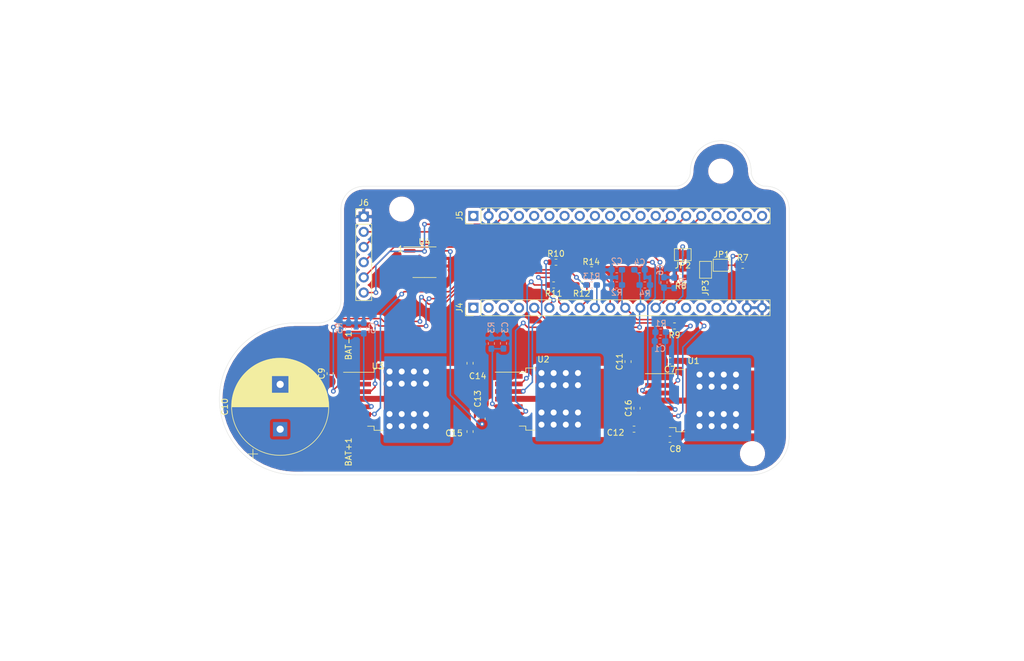
<source format=kicad_pcb>
(kicad_pcb (version 20171130) (host pcbnew 5.1.6-c6e7f7d~87~ubuntu20.04.1)
  (layers (0 F.Cu signal) (31 B.Cu signal) (34 B.Paste user) (35 F.Paste user) (36 B.SilkS user) (37 F.SilkS user) (38 B.Mask user) (39 F.Mask user) (44 Edge.Cuts user))
  (net 0 "")
  (net 1 GND)
  (net 2 +3V3)
  (net 3 "Net-(J4-Pad17)")
  (net 4 "Net-(J4-Pad16)")
  (net 5 "Net-(J4-Pad15)")
  (net 6 "Net-(J4-Pad14)")
  (net 7 "Net-(J4-Pad10)")
  (net 8 "Net-(J4-Pad9)")
  (net 9 "Net-(J4-Pad8)")
  (net 10 "Net-(J4-Pad7)")
  (net 11 "Net-(J4-Pad6)")
  (net 12 "Net-(J4-Pad5)")
  (net 13 "Net-(J4-Pad4)")
  (net 14 "Net-(J4-Pad3)")
  (net 15 "Net-(J4-Pad2)")
  (net 16 "Net-(J4-Pad1)")
  (net 17 VCC)
  (net 18 "Net-(J5-Pad4)")
  (net 19 "Net-(J5-Pad5)")
  (net 20 "Net-(J5-Pad6)")
  (net 21 "Net-(J5-Pad7)")
  (net 22 "Net-(J5-Pad8)")
  (net 23 "Net-(J5-Pad9)")
  (net 24 "Net-(J5-Pad10)")
  (net 25 "Net-(J5-Pad11)")
  (net 26 "Net-(J5-Pad12)")
  (net 27 "Net-(J5-Pad13)")
  (net 28 "Net-(J5-Pad14)")
  (net 29 "Net-(J5-Pad15)")
  (net 30 "Net-(J5-Pad16)")
  (net 31 "Net-(J5-Pad17)")
  (net 32 "Net-(J5-Pad18)")
  (net 33 "Net-(J5-Pad19)")
  (net 34 "Net-(J5-Pad20)")
  (net 35 "Net-(J6-Pad5)")
  (net 36 "Net-(JP1-Pad2)")
  (net 37 "Net-(JP3-Pad2)")
  (net 38 +BATT)
  (net 39 "Net-(U4-Pad4)")
  (net 40 "Net-(U4-Pad5)")
  (net 41 "Net-(C2-Pad1)")
  (net 42 "Net-(C4-Pad1)")
  (net 43 "Net-(C6-Pad1)")
  (net 44 "Net-(R9-Pad2)")
  (net 45 "Net-(R10-Pad2)")
  (net 46 "Net-(R11-Pad2)")
  (net 47 "Net-(R12-Pad2)")
  (net 48 "Net-(R13-Pad2)")
  (net 49 "Net-(R14-Pad2)")
  (net 50 "Net-(C7-Pad1)")
  (net 51 "Net-(C11-Pad1)")
  (net 52 "Net-(C14-Pad1)")
  (net 53 /sr1)
  (net 54 /sr2)
  (net 55 /sr3)
  (net 56 "Net-(J5-Pad1)")
  (module Capacitor_SMD:C_0603_1608Metric_Pad1.05x0.95mm_HandSolder (layer B.Cu) (at 166.878 91.045 90)
    (fp_text reference C3 (at 2.653 0.254 90) (layer B.SilkS) (effects (justify mirror)))
    (fp_text value 100n)
    (pad 2 smd roundrect (at 0.875 0 90) (size 1.05 0.95) (layers B.Cu B.Paste B.Mask) (net 1 GND))
    (pad 1 smd roundrect (at -0.875 0 90) (size 1.05 0.95) (layers B.Cu B.Paste B.Mask) (net 54 /sr2))
  )
  (module Resistor_SMD:R_0603_1608Metric_Pad1.05x0.95mm_HandSolder (layer B.Cu) (at 164.846 91.073 90)
    (fp_text reference R3 (at 2.681 0 90) (layer B.SilkS) (effects (justify mirror)))
    (fp_text value 0.51K)
    (pad 2 smd roundrect (at 0.875 0 90) (size 1.05 0.95) (layers B.Cu B.Paste B.Mask) (net 1 GND))
    (pad 1 smd roundrect (at -0.875 0 90) (size 1.05 0.95) (layers B.Cu B.Paste B.Mask) (net 54 /sr2))
  )
  (module Package_TO_SOT_SMD:TO-263-7_TabPin8 (layer F.Cu) (at 148.2 100.4)
    (fp_text reference U3 (at -2.33796 -5.531) (layer F.SilkS))
    (fp_text value IFX007TAUMA1)
    (pad 8 smd rect (at 3.375 0) (size 9.4 10.8) (layers F.Cu F.Mask) (net 52 "Net-(C14-Pad1)"))
    (pad 7 smd rect (at -5.775 3.81) (size 4.6 0.8) (layers F.Cu F.Paste F.Mask) (net 38 +BATT))
    (pad 6 smd rect (at -5.775 2.54) (size 4.6 0.8) (layers F.Cu F.Paste F.Mask) (net 43 "Net-(C6-Pad1)"))
    (pad 5 smd rect (at -5.775 1.27) (size 4.6 0.8) (layers F.Cu F.Paste F.Mask) (net 55 /sr3))
    (pad 4 smd rect (at -5.775 0) (size 4.6 0.8) (layers F.Cu F.Paste F.Mask) (net 52 "Net-(C14-Pad1)"))
    (pad 3 smd rect (at -5.775 -1.27) (size 4.6 0.8) (layers F.Cu F.Paste F.Mask) (net 49 "Net-(R14-Pad2)"))
    (pad 2 smd rect (at -5.775 -2.54) (size 4.6 0.8) (layers F.Cu F.Paste F.Mask) (net 48 "Net-(R13-Pad2)"))
    (pad 1 smd rect (at -5.775 -3.81) (size 4.6 0.8) (layers F.Cu F.Paste F.Mask) (net 1 GND))
  )
  (module Package_TO_SOT_SMD:TO-263-7_TabPin8 (layer F.Cu) (at 173.55 100.375)
    (fp_text reference U2 (at 0 -6.65) (layer F.SilkS))
    (fp_text value IFX007TAUMA1)
    (pad 8 smd rect (at 3.375 0) (size 9.4 10.8) (layers F.Cu F.Mask) (net 51 "Net-(C11-Pad1)"))
    (pad 7 smd rect (at -5.775 3.81) (size 4.6 0.8) (layers F.Cu F.Paste F.Mask) (net 38 +BATT))
    (pad 6 smd rect (at -5.775 2.54) (size 4.6 0.8) (layers F.Cu F.Paste F.Mask) (net 42 "Net-(C4-Pad1)"))
    (pad 5 smd rect (at -5.775 1.27) (size 4.6 0.8) (layers F.Cu F.Paste F.Mask) (net 54 /sr2))
    (pad 4 smd rect (at -5.775 0) (size 4.6 0.8) (layers F.Cu F.Paste F.Mask) (net 51 "Net-(C11-Pad1)"))
    (pad 3 smd rect (at -5.775 -1.27) (size 4.6 0.8) (layers F.Cu F.Paste F.Mask) (net 47 "Net-(R12-Pad2)"))
    (pad 2 smd rect (at -5.775 -2.54) (size 4.6 0.8) (layers F.Cu F.Paste F.Mask) (net 46 "Net-(R11-Pad2)"))
    (pad 1 smd rect (at -5.775 -3.81) (size 4.6 0.8) (layers F.Cu F.Paste F.Mask) (net 1 GND))
  )
  (module Package_TO_SOT_SMD:TO-263-7_TabPin8 (layer F.Cu) (at 198.65 100.625)
    (fp_text reference U1 (at 0 -6.65) (layer F.SilkS))
    (fp_text value IFX007TAUMA1)
    (pad 8 smd rect (at 3.375 0) (size 9.4 10.8) (layers F.Cu F.Mask) (net 50 "Net-(C7-Pad1)"))
    (pad 7 smd rect (at -5.775 3.81) (size 4.6 0.8) (layers F.Cu F.Paste F.Mask) (net 38 +BATT))
    (pad 6 smd rect (at -5.775 2.54) (size 4.6 0.8) (layers F.Cu F.Paste F.Mask) (net 41 "Net-(C2-Pad1)"))
    (pad 5 smd rect (at -5.775 1.27) (size 4.6 0.8) (layers F.Cu F.Paste F.Mask) (net 53 /sr1))
    (pad 4 smd rect (at -5.775 0) (size 4.6 0.8) (layers F.Cu F.Paste F.Mask) (net 50 "Net-(C7-Pad1)"))
    (pad 3 smd rect (at -5.775 -1.27) (size 4.6 0.8) (layers F.Cu F.Paste F.Mask) (net 45 "Net-(R10-Pad2)"))
    (pad 2 smd rect (at -5.775 -2.54) (size 4.6 0.8) (layers F.Cu F.Paste F.Mask) (net 44 "Net-(R9-Pad2)"))
    (pad 1 smd rect (at -5.775 -3.81) (size 4.6 0.8) (layers F.Cu F.Paste F.Mask) (net 1 GND))
  )
  (module MountingHole:MountingHole_3.2mm_M3 (layer F.Cu) (at 203.2 62.23)
    (fp_text reference REF** hide)
    (fp_text value MountingHole_3.2mm_M3)
    (pad 1 np_thru_hole circle (at 0 0) (size 3.2 3.2) (drill 3.2) (layers *.Cu *.Mask))
  )
  (module MountingHole:MountingHole_3.2mm_M3 (layer F.Cu) (at 149.86 68.58)
    (fp_text reference REF** hide)
    (fp_text value MountingHole_3.2mm_M3)
    (pad 1 np_thru_hole circle (at 0 0) (size 3.2 3.2) (drill 3.2) (layers *.Cu *.Mask))
  )
  (module MountingHole:MountingHole_3.2mm_M3 (layer F.Cu) (at 208.5 109.5)
    (fp_text reference REF** hide)
    (fp_text value MountingHole_3.2mm_M3)
    (pad 1 np_thru_hole circle (at 0 0) (size 3.2 3.2) (drill 3.2) (layers *.Cu *.Mask))
  )
  (module Resistor_SMD:R_0603_1608Metric_Pad1.05x0.95mm_HandSolder (layer F.Cu) (at 181.61 78.74 180)
    (fp_text reference R14 (at 0.06604 1.34112) (layer F.SilkS))
    (fp_text value 10K)
    (pad 2 smd roundrect (at 0.875 0 180) (size 1.05 0.95) (layers F.Cu F.Paste F.Mask) (net 49 "Net-(R14-Pad2)"))
    (pad 1 smd roundrect (at -0.875 0 180) (size 1.05 0.95) (layers F.Cu F.Paste F.Mask) (net 7 "Net-(J4-Pad10)"))
  )
  (module Resistor_SMD:R_0603_1608Metric_Pad1.05x0.95mm_HandSolder (layer B.Cu) (at 181.61 81.28 180)
    (fp_text reference R13 (at 0 1.43) (layer B.SilkS) (effects (justify mirror)))
    (fp_text value 10K)
    (pad 2 smd roundrect (at 0.875 0 180) (size 1.05 0.95) (layers B.Cu B.Paste B.Mask) (net 48 "Net-(R13-Pad2)"))
    (pad 1 smd roundrect (at -0.875 0 180) (size 1.05 0.95) (layers B.Cu B.Paste B.Mask) (net 8 "Net-(J4-Pad9)"))
  )
  (module Resistor_SMD:R_0603_1608Metric_Pad1.05x0.95mm_HandSolder (layer F.Cu) (at 179.945 81.28 180)
    (fp_text reference R12 (at 0 -1.43) (layer F.SilkS))
    (fp_text value 10K)
    (pad 2 smd roundrect (at 0.875 0 180) (size 1.05 0.95) (layers F.Cu F.Paste F.Mask) (net 47 "Net-(R12-Pad2)"))
    (pad 1 smd roundrect (at -0.875 0 180) (size 1.05 0.95) (layers F.Cu F.Paste F.Mask) (net 9 "Net-(J4-Pad8)"))
  )
  (module Resistor_SMD:R_0603_1608Metric_Pad1.05x0.95mm_HandSolder (layer F.Cu) (at 175.26 81.28 180)
    (fp_text reference R11 (at 0 -1.43) (layer F.SilkS))
    (fp_text value 10K)
    (pad 2 smd roundrect (at 0.875 0 180) (size 1.05 0.95) (layers F.Cu F.Paste F.Mask) (net 46 "Net-(R11-Pad2)"))
    (pad 1 smd roundrect (at -0.875 0 180) (size 1.05 0.95) (layers F.Cu F.Paste F.Mask) (net 10 "Net-(J4-Pad7)"))
  )
  (module Resistor_SMD:R_0603_1608Metric_Pad1.05x0.95mm_HandSolder (layer F.Cu) (at 175.655 77.47)
    (fp_text reference R10 (at 0 -1.43) (layer F.SilkS))
    (fp_text value 10K)
    (pad 2 smd roundrect (at 0.875 0) (size 1.05 0.95) (layers F.Cu F.Paste F.Mask) (net 45 "Net-(R10-Pad2)"))
    (pad 1 smd roundrect (at -0.875 0) (size 1.05 0.95) (layers F.Cu F.Paste F.Mask) (net 11 "Net-(J4-Pad6)"))
  )
  (module Resistor_SMD:R_0603_1608Metric_Pad1.05x0.95mm_HandSolder (layer F.Cu) (at 195.467 88.138)
    (fp_text reference R9 (at 0 1.524 180) (layer F.SilkS))
    (fp_text value 10K)
    (pad 2 smd roundrect (at 0.875 0) (size 1.05 0.95) (layers F.Cu F.Paste F.Mask) (net 44 "Net-(R9-Pad2)"))
    (pad 1 smd roundrect (at -0.875 0) (size 1.05 0.95) (layers F.Cu F.Paste F.Mask) (net 12 "Net-(J4-Pad5)"))
  )
  (module Resistor_SMD:R_0603_1608Metric_Pad1.05x0.95mm_HandSolder (layer F.Cu) (at 196.5175 80.01 180)
    (fp_text reference R8 (at 0 -1.43) (layer F.SilkS))
    (fp_text value R)
    (pad 2 smd roundrect (at 0.875 0 180) (size 1.05 0.95) (layers F.Cu F.Paste F.Mask) (net 1 GND))
    (pad 1 smd roundrect (at -0.875 0 180) (size 1.05 0.95) (layers F.Cu F.Paste F.Mask) (net 37 "Net-(JP3-Pad2)"))
  )
  (module Resistor_SMD:R_0603_1608Metric_Pad1.05x0.95mm_HandSolder (layer F.Cu) (at 206.869 77.978 180)
    (fp_text reference R7 (at 0 1.27) (layer F.SilkS))
    (fp_text value R)
    (pad 2 smd roundrect (at 0.875 0 180) (size 1.05 0.95) (layers F.Cu F.Paste F.Mask) (net 36 "Net-(JP1-Pad2)"))
    (pad 1 smd roundrect (at -0.875 0 180) (size 1.05 0.95) (layers F.Cu F.Paste F.Mask) (net 2 +3V3))
  )
  (module Resistor_SMD:R_0603_1608Metric_Pad1.05x0.95mm_HandSolder (layer B.Cu) (at 195.41 80.9175 90)
    (fp_text reference R6 (at 0 1.43 90) (layer B.SilkS) (effects (justify mirror)))
    (fp_text value 1K)
    (pad 2 smd roundrect (at 0.875 0 90) (size 1.05 0.95) (layers B.Cu B.Paste B.Mask) (net 1 GND))
    (pad 1 smd roundrect (at -0.875 0 90) (size 1.05 0.95) (layers B.Cu B.Paste B.Mask) (net 43 "Net-(C6-Pad1)"))
  )
  (module Resistor_SMD:R_0603_1608Metric_Pad1.05x0.95mm_HandSolder (layer B.Cu) (at 140.97 88.505 90)
    (fp_text reference R5 (at 0 -1.56 90) (layer B.SilkS) (effects (justify mirror)))
    (fp_text value 0.51K)
    (pad 2 smd roundrect (at 0.875 0 90) (size 1.05 0.95) (layers B.Cu B.Paste B.Mask) (net 1 GND))
    (pad 1 smd roundrect (at -0.875 0 90) (size 1.05 0.95) (layers B.Cu B.Paste B.Mask) (net 55 /sr3))
  )
  (module Resistor_SMD:R_0603_1608Metric_Pad1.05x0.95mm_HandSolder (layer B.Cu) (at 190.5 81.28)
    (fp_text reference R4 (at 0 1.43) (layer B.SilkS) (effects (justify mirror)))
    (fp_text value 1K)
    (pad 2 smd roundrect (at 0.875 0) (size 1.05 0.95) (layers B.Cu B.Paste B.Mask) (net 1 GND))
    (pad 1 smd roundrect (at -0.875 0) (size 1.05 0.95) (layers B.Cu B.Paste B.Mask) (net 42 "Net-(C4-Pad1)"))
  )
  (module Resistor_SMD:R_0603_1608Metric_Pad1.05x0.95mm_HandSolder (layer B.Cu) (at 185.815 81.28 180)
    (fp_text reference R2 (at 0 -1.27) (layer B.SilkS) (effects (justify mirror)))
    (fp_text value 1K)
    (pad 2 smd roundrect (at 0.875 0 180) (size 1.05 0.95) (layers B.Cu B.Paste B.Mask) (net 1 GND))
    (pad 1 smd roundrect (at -0.875 0 180) (size 1.05 0.95) (layers B.Cu B.Paste B.Mask) (net 41 "Net-(C2-Pad1)"))
  )
  (module Resistor_SMD:R_0603_1608Metric_Pad1.05x0.95mm_HandSolder (layer B.Cu) (at 193.153 89.154 180)
    (fp_text reference R1 (at 0 1.43) (layer B.SilkS) (effects (justify mirror)))
    (fp_text value 0.51K)
    (pad 2 smd roundrect (at 0.875 0 180) (size 1.05 0.95) (layers B.Cu B.Paste B.Mask) (net 1 GND))
    (pad 1 smd roundrect (at -0.875 0 180) (size 1.05 0.95) (layers B.Cu B.Paste B.Mask) (net 53 /sr1))
  )
  (module Capacitor_SMD:C_0603_1608Metric_Pad1.05x0.95mm_HandSolder (layer B.Cu) (at 193.71 80.855 90)
    (fp_text reference C6 (at 2.115 -0.67 90) (layer B.SilkS) (effects (justify mirror)))
    (fp_text value 1n)
    (pad 2 smd roundrect (at 0.875 0 90) (size 1.05 0.95) (layers B.Cu B.Paste B.Mask) (net 1 GND))
    (pad 1 smd roundrect (at -0.875 0 90) (size 1.05 0.95) (layers B.Cu B.Paste B.Mask) (net 43 "Net-(C6-Pad1)"))
  )
  (module Capacitor_SMD:C_0603_1608Metric_Pad1.05x0.95mm_HandSolder (layer B.Cu) (at 143.51 88.505 90)
    (fp_text reference C5 (at 0 1.43 90) (layer B.SilkS) (effects (justify mirror)))
    (fp_text value 100n)
    (pad 2 smd roundrect (at 0.875 0 90) (size 1.05 0.95) (layers B.Cu B.Paste B.Mask) (net 1 GND))
    (pad 1 smd roundrect (at -0.875 0 90) (size 1.05 0.95) (layers B.Cu B.Paste B.Mask) (net 55 /sr3))
  )
  (module Capacitor_SMD:C_0603_1608Metric_Pad1.05x0.95mm_HandSolder (layer B.Cu) (at 189.625 78.74)
    (fp_text reference C4 (at 0 -1.27) (layer B.SilkS) (effects (justify mirror)))
    (fp_text value 1n)
    (pad 2 smd roundrect (at 0.875 0) (size 1.05 0.95) (layers B.Cu B.Paste B.Mask) (net 1 GND))
    (pad 1 smd roundrect (at -0.875 0) (size 1.05 0.95) (layers B.Cu B.Paste B.Mask) (net 42 "Net-(C4-Pad1)"))
  )
  (module Capacitor_SMD:C_0603_1608Metric_Pad1.05x0.95mm_HandSolder (layer B.Cu) (at 185.815 78.74 180)
    (fp_text reference C2 (at 0 1.43) (layer B.SilkS) (effects (justify mirror)))
    (fp_text value 1n)
    (pad 2 smd roundrect (at 0.875 0 180) (size 1.05 0.95) (layers B.Cu B.Paste B.Mask) (net 1 GND))
    (pad 1 smd roundrect (at -0.875 0 180) (size 1.05 0.95) (layers B.Cu B.Paste B.Mask) (net 41 "Net-(C2-Pad1)"))
  )
  (module Capacitor_SMD:C_0603_1608Metric_Pad1.05x0.95mm_HandSolder (layer B.Cu) (at 193.04 90.678 180)
    (fp_text reference C1 (at 0 -1.27) (layer B.SilkS) (effects (justify mirror)))
    (fp_text value 100n)
    (pad 2 smd roundrect (at 0.875 0 180) (size 1.05 0.95) (layers B.Cu B.Paste B.Mask) (net 1 GND))
    (pad 1 smd roundrect (at -0.875 0 180) (size 1.05 0.95) (layers B.Cu B.Paste B.Mask) (net 53 /sr1))
  )
  (module Capacitor_SMD:C_0603_1608Metric_Pad1.05x0.95mm_HandSolder (layer F.Cu) (at 189.2 101.9 90)
    (fp_text reference C16 (at 0 -1.43 270) (layer F.SilkS))
    (fp_text value 100n)
    (pad 2 smd roundrect (at 0.875 0 90) (size 1.05 0.95) (layers F.Cu F.Paste F.Mask) (net 1 GND))
    (pad 1 smd roundrect (at -0.875 0 90) (size 1.05 0.95) (layers F.Cu F.Paste F.Mask) (net 38 +BATT))
  )
  (module Capacitor_SMD:C_0603_1608Metric_Pad1.05x0.95mm_HandSolder (layer F.Cu) (at 161.29 105.805 90)
    (fp_text reference C15 (at -0.27048 -2.68224 180) (layer F.SilkS))
    (fp_text value 220n)
    (pad 2 smd roundrect (at 0.875 0 90) (size 1.05 0.95) (layers F.Cu F.Paste F.Mask) (net 52 "Net-(C14-Pad1)"))
    (pad 1 smd roundrect (at -0.875 0 90) (size 1.05 0.95) (layers F.Cu F.Paste F.Mask) (net 38 +BATT))
  )
  (module Capacitor_SMD:C_0603_1608Metric_Pad1.05x0.95mm_HandSolder (layer F.Cu) (at 161.29 94.375 90)
    (fp_text reference C14 (at -2.145 1.27) (layer F.SilkS))
    (fp_text value 220n)
    (pad 2 smd roundrect (at 0.875 0 90) (size 1.05 0.95) (layers F.Cu F.Paste F.Mask) (net 1 GND))
    (pad 1 smd roundrect (at -0.875 0 90) (size 1.05 0.95) (layers F.Cu F.Paste F.Mask) (net 52 "Net-(C14-Pad1)"))
  )
  (module Capacitor_SMD:C_0603_1608Metric_Pad1.05x0.95mm_HandSolder (layer F.Cu) (at 163.3 103.675 90)
    (fp_text reference C13 (at 3.345 -0.74 90) (layer F.SilkS))
    (fp_text value 100n)
    (pad 2 smd roundrect (at 0.875 0 90) (size 1.05 0.95) (layers F.Cu F.Paste F.Mask) (net 1 GND))
    (pad 1 smd roundrect (at -0.875 0 90) (size 1.05 0.95) (layers F.Cu F.Paste F.Mask) (net 38 +BATT))
  )
  (module Capacitor_SMD:C_0603_1608Metric_Pad1.05x0.95mm_HandSolder (layer F.Cu) (at 188.7 105.4 180)
    (fp_text reference C12 (at 3.08696 -0.57896) (layer F.SilkS))
    (fp_text value 220n)
    (pad 2 smd roundrect (at 0.875 0 180) (size 1.05 0.95) (layers F.Cu F.Paste F.Mask) (net 51 "Net-(C11-Pad1)"))
    (pad 1 smd roundrect (at -0.875 0 180) (size 1.05 0.95) (layers F.Cu F.Paste F.Mask) (net 38 +BATT))
  )
  (module Capacitor_SMD:C_0603_1608Metric_Pad1.05x0.95mm_HandSolder (layer F.Cu) (at 187.7 94.1 90)
    (fp_text reference C11 (at 0 -1.43 90) (layer F.SilkS))
    (fp_text value 220n)
    (pad 2 smd roundrect (at 0.875 0 90) (size 1.05 0.95) (layers F.Cu F.Paste F.Mask) (net 1 GND))
    (pad 1 smd roundrect (at -0.875 0 90) (size 1.05 0.95) (layers F.Cu F.Paste F.Mask) (net 51 "Net-(C11-Pad1)"))
  )
  (module Capacitor_THT:CP_Radial_D16.0mm_P7.50mm (layer F.Cu) (at 129.54 105.41 90)
    (fp_text reference C10 (at 3.75 -9.25 90) (layer F.SilkS))
    (fp_text value 1000u)
    (pad 2 thru_hole circle (at 7.5 0 90) (size 2.4 2.4) (drill 1.2) (layers *.Cu *.Mask) (net 1 GND))
    (pad 1 thru_hole rect (at 0 0 90) (size 2.4 2.4) (drill 1.2) (layers *.Cu *.Mask) (net 38 +BATT))
  )
  (module Capacitor_SMD:C_0603_1608Metric_Pad1.05x0.95mm_HandSolder (layer F.Cu) (at 137.9 96.1 90)
    (fp_text reference C9 (at 0 -1.43 270) (layer F.SilkS))
    (fp_text value 100n)
    (pad 2 smd roundrect (at 0.875 0 90) (size 1.05 0.95) (layers F.Cu F.Paste F.Mask) (net 1 GND))
    (pad 1 smd roundrect (at -0.875 0 90) (size 1.05 0.95) (layers F.Cu F.Paste F.Mask) (net 38 +BATT))
  )
  (module Capacitor_SMD:C_0603_1608Metric_Pad1.05x0.95mm_HandSolder (layer F.Cu) (at 194.705 107.1)
    (fp_text reference C8 (at 0.9004 1.61708) (layer F.SilkS))
    (fp_text value 220n)
    (pad 1 smd roundrect (at -0.875 0) (size 1.05 0.95) (layers F.Cu F.Paste F.Mask) (net 38 +BATT))
    (pad 2 smd roundrect (at 0.875 0) (size 1.05 0.95) (layers F.Cu F.Paste F.Mask) (net 50 "Net-(C7-Pad1)"))
  )
  (module Capacitor_SMD:C_0603_1608Metric_Pad1.05x0.95mm_HandSolder (layer F.Cu) (at 194.705 93.98 180)
    (fp_text reference C7 (at 0 -1.43) (layer F.SilkS))
    (fp_text value 220n)
    (pad 2 smd roundrect (at 0.875 0 180) (size 1.05 0.95) (layers F.Cu F.Paste F.Mask) (net 1 GND))
    (pad 1 smd roundrect (at -0.875 0 180) (size 1.05 0.95) (layers F.Cu F.Paste F.Mask) (net 50 "Net-(C7-Pad1)"))
  )
  (module Connector_Wire:SolderWirePad_1x01_SMD_5x10mm (layer F.Cu) (at 208.9 100.6 180)
    (fp_text reference J1 hide)
    (fp_text value Conn_01x01_Male)
    (pad 1 smd rect (at 0 0 180) (size 5 10) (layers F.Cu F.Paste F.Mask) (net 50 "Net-(C7-Pad1)"))
  )
  (module Connector_Wire:SolderWirePad_1x01_SMD_5x10mm (layer F.Cu) (at 144.78 91.44 90)
    (fp_text reference BAT-1 (at 0 -3.81 90) (layer F.SilkS))
    (fp_text value Conn_01x01_Male)
    (pad 1 smd rect (at 0 0 90) (size 5 10) (layers F.Cu F.Paste F.Mask) (net 1 GND))
  )
  (module Connector_Wire:SolderWirePad_1x01_SMD_5x10mm (layer F.Cu) (at 144.78 109.22 90)
    (fp_text reference BAT+1 (at 0 -3.81 90) (layer F.SilkS))
    (fp_text value Conn_01x01_Male)
    (pad 1 smd rect (at 0 0 90) (size 5 10) (layers F.Cu F.Paste F.Mask) (net 38 +BATT))
  )
  (module Connector_Wire:SolderWirePad_1x01_SMD_5x10mm (layer F.Cu) (at 184 100.3 180)
    (fp_text reference J2 hide)
    (fp_text value Conn_01x01_Male)
    (pad 1 smd rect (at 0 0 180) (size 5 10) (layers F.Cu F.Paste F.Mask) (net 51 "Net-(C11-Pad1)"))
  )
  (module Connector_Wire:SolderWirePad_1x01_SMD_5x10mm (layer F.Cu) (at 158.75 100.33 180)
    (fp_text reference J3 hide)
    (fp_text value Conn_01x01_Male)
    (pad 1 smd rect (at 0 0 180) (size 5 10) (layers F.Cu F.Paste F.Mask) (net 52 "Net-(C14-Pad1)"))
  )
  (module Connector_PinHeader_2.54mm:PinHeader_1x20_P2.54mm_Vertical (layer F.Cu) (at 161.845001 85.09 90)
    (fp_text reference J4 (at 0 -2.33 90) (layer F.SilkS))
    (fp_text value Conn_01x20)
    (pad 20 thru_hole oval (at 0 48.26 90) (size 1.7 1.7) (drill 1) (layers *.Cu *.Mask) (net 1 GND))
    (pad 19 thru_hole oval (at 0 45.72 90) (size 1.7 1.7) (drill 1) (layers *.Cu *.Mask) (net 1 GND))
    (pad 18 thru_hole oval (at 0 43.18 90) (size 1.7 1.7) (drill 1) (layers *.Cu *.Mask) (net 2 +3V3))
    (pad 17 thru_hole oval (at 0 40.64 90) (size 1.7 1.7) (drill 1) (layers *.Cu *.Mask) (net 3 "Net-(J4-Pad17)"))
    (pad 16 thru_hole oval (at 0 38.1 90) (size 1.7 1.7) (drill 1) (layers *.Cu *.Mask) (net 4 "Net-(J4-Pad16)"))
    (pad 15 thru_hole oval (at 0 35.56 90) (size 1.7 1.7) (drill 1) (layers *.Cu *.Mask) (net 5 "Net-(J4-Pad15)"))
    (pad 14 thru_hole oval (at 0 33.02 90) (size 1.7 1.7) (drill 1) (layers *.Cu *.Mask) (net 6 "Net-(J4-Pad14)"))
    (pad 13 thru_hole oval (at 0 30.48 90) (size 1.7 1.7) (drill 1) (layers *.Cu *.Mask) (net 43 "Net-(C6-Pad1)"))
    (pad 12 thru_hole oval (at 0 27.94 90) (size 1.7 1.7) (drill 1) (layers *.Cu *.Mask) (net 42 "Net-(C4-Pad1)"))
    (pad 11 thru_hole oval (at 0 25.4 90) (size 1.7 1.7) (drill 1) (layers *.Cu *.Mask) (net 41 "Net-(C2-Pad1)"))
    (pad 10 thru_hole oval (at 0 22.86 90) (size 1.7 1.7) (drill 1) (layers *.Cu *.Mask) (net 7 "Net-(J4-Pad10)"))
    (pad 9 thru_hole oval (at 0 20.32 90) (size 1.7 1.7) (drill 1) (layers *.Cu *.Mask) (net 8 "Net-(J4-Pad9)"))
    (pad 8 thru_hole oval (at 0 17.78 90) (size 1.7 1.7) (drill 1) (layers *.Cu *.Mask) (net 9 "Net-(J4-Pad8)"))
    (pad 7 thru_hole oval (at 0 15.24 90) (size 1.7 1.7) (drill 1) (layers *.Cu *.Mask) (net 10 "Net-(J4-Pad7)"))
    (pad 6 thru_hole oval (at 0 12.7 90) (size 1.7 1.7) (drill 1) (layers *.Cu *.Mask) (net 11 "Net-(J4-Pad6)"))
    (pad 5 thru_hole oval (at 0 10.16 90) (size 1.7 1.7) (drill 1) (layers *.Cu *.Mask) (net 12 "Net-(J4-Pad5)"))
    (pad 4 thru_hole oval (at 0 7.62 90) (size 1.7 1.7) (drill 1) (layers *.Cu *.Mask) (net 13 "Net-(J4-Pad4)"))
    (pad 3 thru_hole oval (at 0 5.08 90) (size 1.7 1.7) (drill 1) (layers *.Cu *.Mask) (net 14 "Net-(J4-Pad3)"))
    (pad 2 thru_hole oval (at 0 2.54 90) (size 1.7 1.7) (drill 1) (layers *.Cu *.Mask) (net 15 "Net-(J4-Pad2)"))
    (pad 1 thru_hole rect (at 0 0 90) (size 1.7 1.7) (drill 1) (layers *.Cu *.Mask) (net 16 "Net-(J4-Pad1)"))
  )
  (module Connector_PinHeader_2.54mm:PinHeader_1x20_P2.54mm_Vertical (layer F.Cu) (at 161.845001 69.724999 90)
    (fp_text reference J5 (at 0 -2.33 90) (layer F.SilkS))
    (fp_text value Conn_01x20)
    (pad 1 thru_hole rect (at 0 0 90) (size 1.7 1.7) (drill 1) (layers *.Cu *.Mask) (net 56 "Net-(J5-Pad1)"))
    (pad 2 thru_hole oval (at 0 2.54 90) (size 1.7 1.7) (drill 1) (layers *.Cu *.Mask) (net 1 GND))
    (pad 3 thru_hole oval (at 0 5.08 90) (size 1.7 1.7) (drill 1) (layers *.Cu *.Mask) (net 17 VCC))
    (pad 4 thru_hole oval (at 0 7.62 90) (size 1.7 1.7) (drill 1) (layers *.Cu *.Mask) (net 18 "Net-(J5-Pad4)"))
    (pad 5 thru_hole oval (at 0 10.16 90) (size 1.7 1.7) (drill 1) (layers *.Cu *.Mask) (net 19 "Net-(J5-Pad5)"))
    (pad 6 thru_hole oval (at 0 12.7 90) (size 1.7 1.7) (drill 1) (layers *.Cu *.Mask) (net 20 "Net-(J5-Pad6)"))
    (pad 7 thru_hole oval (at 0 15.24 90) (size 1.7 1.7) (drill 1) (layers *.Cu *.Mask) (net 21 "Net-(J5-Pad7)"))
    (pad 8 thru_hole oval (at 0 17.78 90) (size 1.7 1.7) (drill 1) (layers *.Cu *.Mask) (net 22 "Net-(J5-Pad8)"))
    (pad 9 thru_hole oval (at 0 20.32 90) (size 1.7 1.7) (drill 1) (layers *.Cu *.Mask) (net 23 "Net-(J5-Pad9)"))
    (pad 10 thru_hole oval (at 0 22.86 90) (size 1.7 1.7) (drill 1) (layers *.Cu *.Mask) (net 24 "Net-(J5-Pad10)"))
    (pad 11 thru_hole oval (at 0 25.4 90) (size 1.7 1.7) (drill 1) (layers *.Cu *.Mask) (net 25 "Net-(J5-Pad11)"))
    (pad 12 thru_hole oval (at 0 27.94 90) (size 1.7 1.7) (drill 1) (layers *.Cu *.Mask) (net 26 "Net-(J5-Pad12)"))
    (pad 13 thru_hole oval (at 0 30.48 90) (size 1.7 1.7) (drill 1) (layers *.Cu *.Mask) (net 27 "Net-(J5-Pad13)"))
    (pad 14 thru_hole oval (at 0 33.02 90) (size 1.7 1.7) (drill 1) (layers *.Cu *.Mask) (net 28 "Net-(J5-Pad14)"))
    (pad 15 thru_hole oval (at 0 35.56 90) (size 1.7 1.7) (drill 1) (layers *.Cu *.Mask) (net 29 "Net-(J5-Pad15)"))
    (pad 16 thru_hole oval (at 0 38.1 90) (size 1.7 1.7) (drill 1) (layers *.Cu *.Mask) (net 30 "Net-(J5-Pad16)"))
    (pad 17 thru_hole oval (at 0 40.64 90) (size 1.7 1.7) (drill 1) (layers *.Cu *.Mask) (net 31 "Net-(J5-Pad17)"))
    (pad 18 thru_hole oval (at 0 43.18 90) (size 1.7 1.7) (drill 1) (layers *.Cu *.Mask) (net 32 "Net-(J5-Pad18)"))
    (pad 19 thru_hole oval (at 0 45.72 90) (size 1.7 1.7) (drill 1) (layers *.Cu *.Mask) (net 33 "Net-(J5-Pad19)"))
    (pad 20 thru_hole oval (at 0 48.26 90) (size 1.7 1.7) (drill 1) (layers *.Cu *.Mask) (net 34 "Net-(J5-Pad20)"))
  )
  (module Connector_PinHeader_2.54mm:PinHeader_1x06_P2.54mm_Vertical (layer F.Cu) (at 143.51 69.85)
    (fp_text reference J6 (at 0 -2.33) (layer F.SilkS))
    (fp_text value Conn_01x06_Male)
    (pad 1 thru_hole rect (at 0 0) (size 1.7 1.7) (drill 1) (layers *.Cu *.Mask) (net 1 GND))
    (pad 2 thru_hole oval (at 0 2.54) (size 1.7 1.7) (drill 1) (layers *.Cu *.Mask) (net 28 "Net-(J5-Pad14)"))
    (pad 3 thru_hole oval (at 0 5.08) (size 1.7 1.7) (drill 1) (layers *.Cu *.Mask) (net 29 "Net-(J5-Pad15)"))
    (pad 4 thru_hole oval (at 0 7.62) (size 1.7 1.7) (drill 1) (layers *.Cu *.Mask) (net 30 "Net-(J5-Pad16)"))
    (pad 5 thru_hole oval (at 0 10.16) (size 1.7 1.7) (drill 1) (layers *.Cu *.Mask) (net 35 "Net-(J6-Pad5)"))
    (pad 6 thru_hole oval (at 0 12.7) (size 1.7 1.7) (drill 1) (layers *.Cu *.Mask) (net 17 VCC))
  )
  (module Jumper:SolderJumper-2_P1.3mm_Open_Pad1.0x1.5mm (layer F.Cu) (at 203.342 77.978)
    (fp_text reference JP1 (at 0 -1.8) (layer F.SilkS))
    (fp_text value SolderJumper_2_Open)
    (pad 2 smd rect (at 0.65 0) (size 1 1.5) (layers F.Cu F.Mask) (net 36 "Net-(JP1-Pad2)"))
    (pad 1 smd rect (at -0.65 0) (size 1 1.5) (layers F.Cu F.Mask) (net 35 "Net-(J6-Pad5)"))
  )
  (module Jumper:SolderJumper-2_P1.3mm_Open_Pad1.0x1.5mm (layer F.Cu) (at 196.85 76.2 180)
    (fp_text reference JP2 (at 0 -1.8) (layer F.SilkS))
    (fp_text value SolderJumper_2_Open)
    (pad 1 smd rect (at -0.65 0 180) (size 1 1.5) (layers F.Cu F.Mask) (net 35 "Net-(J6-Pad5)"))
    (pad 2 smd rect (at 0.65 0 180) (size 1 1.5) (layers F.Cu F.Mask) (net 6 "Net-(J4-Pad14)"))
  )
  (module Jumper:SolderJumper-2_P1.3mm_Open_Pad1.0x1.5mm (layer F.Cu) (at 200.66 78.74 270)
    (fp_text reference JP3 (at 3.048 0 90) (layer F.SilkS))
    (fp_text value SolderJumper_2_Open)
    (pad 2 smd rect (at 0.65 0 270) (size 1 1.5) (layers F.Cu F.Mask) (net 37 "Net-(JP3-Pad2)"))
    (pad 1 smd rect (at -0.65 0 270) (size 1 1.5) (layers F.Cu F.Mask) (net 35 "Net-(J6-Pad5)"))
  )
  (module Package_SO:SOIC-8_3.9x4.9mm_P1.27mm (layer F.Cu) (at 153.67 77.47)
    (fp_text reference U4 (at 0 -3.4) (layer F.SilkS))
    (fp_text value LM2931-5.0_SO8)
    (pad 8 smd roundrect (at 2.475 -1.905) (size 1.95 0.6) (layers F.Cu F.Paste F.Mask) (net 38 +BATT))
    (pad 7 smd roundrect (at 2.475 -0.635) (size 1.95 0.6) (layers F.Cu F.Paste F.Mask) (net 1 GND))
    (pad 6 smd roundrect (at 2.475 0.635) (size 1.95 0.6) (layers F.Cu F.Paste F.Mask) (net 1 GND))
    (pad 5 smd roundrect (at 2.475 1.905) (size 1.95 0.6) (layers F.Cu F.Paste F.Mask) (net 40 "Net-(U4-Pad5)"))
    (pad 4 smd roundrect (at -2.475 1.905) (size 1.95 0.6) (layers F.Cu F.Paste F.Mask) (net 39 "Net-(U4-Pad4)"))
    (pad 3 smd roundrect (at -2.475 0.635) (size 1.95 0.6) (layers F.Cu F.Paste F.Mask) (net 1 GND))
    (pad 2 smd roundrect (at -2.475 -0.635) (size 1.95 0.6) (layers F.Cu F.Paste F.Mask) (net 1 GND))
    (pad 1 smd roundrect (at -2.475 -1.905) (size 1.95 0.6) (layers F.Cu F.Paste F.Mask) (net 17 VCC))
  )
  (gr_text 1 (at 149.67712 75.26528) (layer F.SilkS) (effects (font (size 1 1))))
  (gr_arc (start 203.2 62.23) (end 208.28 62.23) (angle -180) (layer Edge.Cuts) (width 0.05))
  (gr_arc (start 210.82 62.23) (end 208.28 62.23) (angle -90) (layer Edge.Cuts) (width 0.05))
  (gr_arc (start 195.58 62.23) (end 195.58 64.77) (angle -90) (layer Edge.Cuts) (width 0.05))
  (gr_arc (start 208.28 106.68) (end 208.28 113.03) (angle -90) (layer Edge.Cuts) (width 0.05))
  (gr_line (start 132.08 87.63) (end 135.89 87.63) (layer Edge.Cuts) (width 0.05))
  (gr_arc (start 132.08 100.33) (end 132.08 87.63) (angle -180) (layer Edge.Cuts) (width 0.05))
  (gr_arc (start 135.89 83.82) (end 135.89 87.63) (angle -90) (layer Edge.Cuts) (width 0.05))
  (gr_line (start 139.7 68.58) (end 139.7 83.82) (layer Edge.Cuts) (width 0.05))
  (gr_arc (start 143.51 68.58) (end 143.51 64.77) (angle -90) (layer Edge.Cuts) (width 0.05))
  (gr_line (start 195.58 64.77) (end 143.51 64.77) (layer Edge.Cuts) (width 0.05))
  (gr_arc (start 210.82 68.58) (end 214.63 68.58) (angle -90) (layer Edge.Cuts) (width 0.05))
  (gr_line (start 214.63 96.52) (end 214.63 68.58) (layer Edge.Cuts) (width 0.05))
  (gr_line (start 214.63 106.68) (end 214.63 96.52) (layer Edge.Cuts) (width 0.05))
  (gr_line (start 132.08 113.03) (end 208.28 113.03) (layer Edge.Cuts) (width 0.05))
  (segment (start 139.7 95.25) (end 143.51 95.25) (width 2) (layer F.Cu) (net 1))
  (segment (start 143.880201 96.209399) (end 139.7 96.209399) (width 2) (layer F.Cu) (net 1))
  (segment (start 139.7 96.209399) (end 139.7 95.25) (width 2) (layer F.Cu) (net 1))
  (segment (start 144.510601 96.209399) (end 143.880201 96.209399) (width 2) (layer F.Cu) (net 1))
  (segment (start 144.78 95.94) (end 144.510601 96.209399) (width 2) (layer F.Cu) (net 1))
  (segment (start 144.78 91.44) (end 144.78 95.94) (width 2) (layer F.Cu) (net 1))
  (segment (start 142.24 93.98) (end 139.7 93.98) (width 2) (layer F.Cu) (net 1))
  (segment (start 168.91 95.25) (end 167.950601 96.209399) (width 2) (layer F.Cu) (net 1))
  (segment (start 168.91 91.44) (end 168.91 95.25) (width 2) (layer F.Cu) (net 1))
  (segment (start 165.1 96.209399) (end 165.1 95.25) (width 2) (layer F.Cu) (net 1))
  (segment (start 165.1 95.25) (end 163.83 93.98) (width 2) (layer F.Cu) (net 1))
  (segment (start 163.83 93.98) (end 167.64 93.98) (width 2) (layer F.Cu) (net 1))
  (segment (start 167.64 93.98) (end 166.37 95.25) (width 2) (layer F.Cu) (net 1))
  (segment (start 167.950601 96.209399) (end 165.1 96.209399) (width 2) (layer F.Cu) (net 1))
  (segment (start 191.77 93.98) (end 193.999399 96.209399) (width 2) (layer F.Cu) (net 1))
  (segment (start 163.7 94.11) (end 163.83 93.98) (width 0.25) (layer F.Cu) (net 1))
  (segment (start 163.7 95.5) (end 163.7 94.11) (width 0.25) (layer F.Cu) (net 1))
  (segment (start 142.475 95.225) (end 142.98 94.72) (width 2) (layer F.Cu) (net 1))
  (segment (start 143.51 95.25) (end 142.98 94.72) (width 2) (layer F.Cu) (net 1))
  (segment (start 142.98 94.72) (end 142.24 93.98) (width 2) (layer F.Cu) (net 1))
  (segment (start 163.400001 101.168001) (end 163.3 101.268002) (width 2) (layer F.Cu) (net 1))
  (segment (start 165.1 96.209399) (end 163.663 96.209399) (width 2) (layer F.Cu) (net 1))
  (segment (start 163.663 96.209399) (end 163.3 96.572399) (width 2) (layer F.Cu) (net 1))
  (segment (start 163.3 101.268002) (end 163.3 102.34999) (width 2) (layer F.Cu) (net 1))
  (segment (start 163.3 96.572399) (end 163.3 99.531998) (width 2) (layer F.Cu) (net 1))
  (segment (start 163.3 99.531998) (end 163.400001 99.631999) (width 2) (layer F.Cu) (net 1))
  (segment (start 163.400001 99.631999) (end 163.400001 101.168001) (width 2) (layer F.Cu) (net 1))
  (segment (start 137.9 95.225) (end 142.475 95.225) (width 2) (layer F.Cu) (net 1))
  (segment (start 184.94 78.74) (end 184.94 81.28) (width 0.25) (layer B.Cu) (net 1))
  (segment (start 168.91 91.44) (end 189.23 91.44) (width 5) (layer F.Cu) (net 1))
  (segment (start 189.23 91.44) (end 191.77 93.98) (width 5) (layer F.Cu) (net 1))
  (segment (start 193.83 95.108798) (end 192.729399 96.209399) (width 1) (layer F.Cu) (net 1))
  (segment (start 193.83 93.98) (end 193.83 95.108798) (width 1) (layer F.Cu) (net 1))
  (segment (start 192.729399 96.209399) (end 190.5 96.209399) (width 2) (layer F.Cu) (net 1))
  (segment (start 193.999399 96.209399) (end 192.729399 96.209399) (width 2) (layer F.Cu) (net 1))
  (segment (start 144.448331 91.771669) (end 144.78 91.44) (width 5) (layer F.Cu) (net 1))
  (segment (start 129.54 97.91) (end 135.678331 91.771669) (width 5) (layer F.Cu) (net 1))
  (segment (start 135.678331 91.771669) (end 144.448331 91.771669) (width 5) (layer F.Cu) (net 1))
  (segment (start 193.7725 80.0425) (end 193.71 79.98) (width 0.25) (layer B.Cu) (net 1))
  (segment (start 193.71 79.98) (end 195.3475 79.98) (width 0.25) (layer B.Cu) (net 1))
  (segment (start 195.5475 80.0425) (end 195.41 80.0425) (width 0.25) (layer B.Cu) (net 1))
  (segment (start 195.41 80.0425) (end 195.41 76.37) (width 0.25) (layer B.Cu) (net 1))
  (segment (start 191.77 93.98) (end 188.399999 97.350001) (width 2) (layer F.Cu) (net 1))
  (segment (start 188.399999 97.350001) (end 188.399999 100.224999) (width 2) (layer F.Cu) (net 1))
  (segment (start 188.399999 100.224999) (end 188.9373 100.7623) (width 2) (layer F.Cu) (net 1))
  (segment (start 137.625 95.225) (end 137.1 94.7) (width 1) (layer F.Cu) (net 1))
  (segment (start 137.9 95.225) (end 137.625 95.225) (width 1) (layer F.Cu) (net 1))
  (segment (start 136.975 95.225) (end 137.9 95.225) (width 1) (layer F.Cu) (net 1))
  (segment (start 135.678331 93.003331) (end 137.9 95.225) (width 1) (layer F.Cu) (net 1))
  (segment (start 135.678331 91.771669) (end 135.678331 93.003331) (width 1) (layer F.Cu) (net 1))
  (segment (start 168.804281 91.545719) (end 168.91 91.44) (width 5) (layer F.Cu) (net 1))
  (segment (start 144.78 91.44) (end 144.885719 91.545719) (width 5) (layer F.Cu) (net 1))
  (segment (start 144.885719 91.545719) (end 168.804281 91.545719) (width 5) (layer F.Cu) (net 1))
  (segment (start 205.025001 85.09) (end 205.025001 76.660999) (width 0.25) (layer B.Cu) (net 2))
  (segment (start 205.025001 76.660999) (end 205.232 76.454) (width 0.25) (layer B.Cu) (net 2))
  (via (at 205.232 76.454) (size 0.8) (drill 0.4) (layers F.Cu B.Cu) (net 2))
  (segment (start 206.22 76.454) (end 205.232 76.454) (width 0.25) (layer F.Cu) (net 2))
  (segment (start 207.744 77.978) (end 206.22 76.454) (width 0.25) (layer F.Cu) (net 2))
  (via (at 196.833703 74.873504) (size 0.8) (drill 0.4) (layers F.Cu B.Cu) (net 6))
  (segment (start 196.2 75.507207) (end 196.2 76.2) (width 0.25) (layer F.Cu) (net 6))
  (segment (start 196.833703 74.873504) (end 196.2 75.507207) (width 0.25) (layer F.Cu) (net 6))
  (segment (start 196.85 74.889801) (end 196.833703 74.873504) (width 0.25) (layer B.Cu) (net 6))
  (segment (start 196.85 83.105001) (end 196.85 74.889801) (width 0.25) (layer B.Cu) (net 6))
  (segment (start 194.865001 85.09) (end 196.85 83.105001) (width 0.25) (layer B.Cu) (net 6))
  (segment (start 184.705001 80.960001) (end 182.485 78.74) (width 0.25) (layer F.Cu) (net 7))
  (segment (start 184.705001 85.09) (end 184.705001 80.960001) (width 0.25) (layer F.Cu) (net 7))
  (segment (start 182.485 84.770001) (end 182.165001 85.09) (width 0.25) (layer B.Cu) (net 8))
  (segment (start 182.485 81.28) (end 182.485 84.770001) (width 0.25) (layer B.Cu) (net 8))
  (segment (start 180.82 83.895001) (end 179.625001 85.09) (width 0.25) (layer F.Cu) (net 9))
  (segment (start 180.82 81.28) (end 180.82 83.895001) (width 0.25) (layer F.Cu) (net 9))
  (segment (start 176.135 84.139999) (end 177.085001 85.09) (width 0.25) (layer F.Cu) (net 10))
  (segment (start 176.135 81.28) (end 176.135 84.139999) (width 0.25) (layer F.Cu) (net 10))
  (via (at 175.26 83.82) (size 0.8) (drill 0.4) (layers F.Cu B.Cu) (net 11))
  (segment (start 174.545001 84.534999) (end 175.26 83.82) (width 0.25) (layer F.Cu) (net 11))
  (segment (start 174.545001 85.09) (end 174.545001 84.534999) (width 0.25) (layer F.Cu) (net 11))
  (via (at 173.99 77.47) (size 0.8) (drill 0.4) (layers F.Cu B.Cu) (net 11))
  (segment (start 173.99 82.55) (end 173.99 77.47) (width 0.25) (layer B.Cu) (net 11))
  (segment (start 175.26 83.82) (end 173.99 82.55) (width 0.25) (layer B.Cu) (net 11))
  (segment (start 173.99 77.47) (end 174.78 77.47) (width 0.25) (layer F.Cu) (net 11))
  (segment (start 172.805999 85.09) (end 172.005001 85.09) (width 0.25) (layer B.Cu) (net 12))
  (segment (start 174.545001 87.63) (end 172.005001 85.09) (width 0.25) (layer F.Cu) (net 12))
  (segment (start 193.915 87.63) (end 174.545001 87.63) (width 0.25) (layer F.Cu) (net 12))
  (segment (start 194.31 88.025) (end 193.915 87.63) (width 0.25) (layer F.Cu) (net 12))
  (via (at 153.67 71.12) (size 0.8) (drill 0.4) (layers F.Cu B.Cu) (net 17))
  (segment (start 165.53 71.12) (end 166.925001 69.724999) (width 0.25) (layer F.Cu) (net 17))
  (segment (start 153.67 71.12) (end 165.53 71.12) (width 0.25) (layer F.Cu) (net 17))
  (segment (start 153.57999 75.565) (end 153.67 75.65501) (width 0.25) (layer F.Cu) (net 17))
  (segment (start 151.195 75.565) (end 153.57999 75.565) (width 0.25) (layer F.Cu) (net 17))
  (via (at 153.67 75.65501) (size 0.8) (drill 0.4) (layers F.Cu B.Cu) (net 17))
  (segment (start 153.67 71.12) (end 153.67 75.65501) (width 0.25) (layer B.Cu) (net 17))
  (segment (start 143.51 82.55) (end 145.542 82.55) (width 0.25) (layer F.Cu) (net 17))
  (via (at 145.542 82.55) (size 0.8) (drill 0.4) (layers F.Cu B.Cu) (net 17))
  (segment (start 145.542 77.978) (end 145.542 82.55) (width 0.25) (layer B.Cu) (net 17))
  (segment (start 147.86499 75.65501) (end 145.542 77.978) (width 0.25) (layer B.Cu) (net 17))
  (segment (start 153.67 75.65501) (end 147.86499 75.65501) (width 0.25) (layer B.Cu) (net 17))
  (segment (start 192.2 72.39) (end 194.865001 69.724999) (width 0.25) (layer F.Cu) (net 28))
  (segment (start 143.51 72.39) (end 192.2 72.39) (width 0.25) (layer F.Cu) (net 28))
  (segment (start 144.410022 74.029978) (end 193.100022 74.029978) (width 0.25) (layer F.Cu) (net 29))
  (segment (start 143.51 74.93) (end 144.410022 74.029978) (width 0.25) (layer F.Cu) (net 29))
  (segment (start 193.100022 74.029978) (end 197.405001 69.724999) (width 0.25) (layer F.Cu) (net 29))
  (segment (start 195.190011 74.479989) (end 199.945001 69.724999) (width 0.25) (layer F.Cu) (net 30))
  (segment (start 146.500011 74.479989) (end 195.190011 74.479989) (width 0.25) (layer F.Cu) (net 30))
  (segment (start 143.51 77.47) (end 146.500011 74.479989) (width 0.25) (layer F.Cu) (net 30))
  (segment (start 198.77 76.2) (end 200.66 78.09) (width 0.25) (layer F.Cu) (net 35))
  (segment (start 197.5 76.2) (end 198.77 76.2) (width 0.25) (layer F.Cu) (net 35))
  (segment (start 195.374999 77.210001) (end 195.439999 77.275001) (width 0.25) (layer F.Cu) (net 35))
  (segment (start 196.960001 77.275001) (end 197.025001 77.210001) (width 0.25) (layer F.Cu) (net 35))
  (segment (start 195.374999 76.296841) (end 195.374999 77.210001) (width 0.25) (layer F.Cu) (net 35))
  (segment (start 194.008158 74.93) (end 195.374999 76.296841) (width 0.25) (layer F.Cu) (net 35))
  (segment (start 197.025001 77.210001) (end 197.025001 76.674999) (width 0.25) (layer F.Cu) (net 35))
  (segment (start 195.439999 77.275001) (end 196.960001 77.275001) (width 0.25) (layer F.Cu) (net 35))
  (segment (start 143.51 80.01) (end 148.59 74.93) (width 0.25) (layer F.Cu) (net 35))
  (segment (start 148.59 74.93) (end 194.008158 74.93) (width 0.25) (layer F.Cu) (net 35))
  (segment (start 197.025001 76.674999) (end 197.5 76.2) (width 0.25) (layer F.Cu) (net 35))
  (segment (start 202.58 78.09) (end 202.692 77.978) (width 0.25) (layer F.Cu) (net 35))
  (segment (start 200.66 78.09) (end 202.58 78.09) (width 0.25) (layer F.Cu) (net 35))
  (segment (start 203.992 77.978) (end 205.994 77.978) (width 0.25) (layer F.Cu) (net 36))
  (segment (start 198.075 79.39) (end 197.455 80.01) (width 0.25) (layer F.Cu) (net 37))
  (segment (start 200.66 79.39) (end 198.075 79.39) (width 0.25) (layer F.Cu) (net 37))
  (segment (start 144.239399 108.679399) (end 142.24 106.68) (width 5) (layer F.Cu) (net 38))
  (segment (start 144.78 109.22) (end 144.78 107.95) (width 5) (layer F.Cu) (net 38))
  (segment (start 189.23 109.22) (end 191.77 106.68) (width 5) (layer F.Cu) (net 38))
  (segment (start 193.04 105.41) (end 191.77 106.68) (width 2) (layer F.Cu) (net 38))
  (segment (start 166.37 106.369399) (end 167.329399 105.41) (width 2) (layer F.Cu) (net 38))
  (segment (start 166.37 109.22) (end 166.37 105.41) (width 2) (layer F.Cu) (net 38))
  (segment (start 166.37 109.22) (end 189.23 109.22) (width 5) (layer F.Cu) (net 38))
  (segment (start 168.91 105.41) (end 167.64 106.68) (width 2) (layer F.Cu) (net 38))
  (segment (start 133.35 109.22) (end 129.54 105.41) (width 5) (layer F.Cu) (net 38))
  (segment (start 144.78 109.22) (end 133.35 109.22) (width 5) (layer F.Cu) (net 38))
  (segment (start 166.4716 104.14) (end 164.54 104.14) (width 0.25) (layer F.Cu) (net 38))
  (segment (start 191.9859 104.14) (end 190.04 104.14) (width 0.25) (layer F.Cu) (net 38))
  (segment (start 190.04 104.14) (end 189.8 103.9) (width 0.25) (layer F.Cu) (net 38))
  (segment (start 192.19 107.1) (end 191.77 106.68) (width 0.25) (layer F.Cu) (net 38))
  (segment (start 164.08 106.68) (end 165.1 106.68) (width 0.25) (layer F.Cu) (net 38))
  (segment (start 129.54 105.41) (end 129.54 105.335) (width 2) (layer F.Cu) (net 38))
  (segment (start 165.000601 104.55) (end 165.1 104.450601) (width 2) (layer F.Cu) (net 38))
  (segment (start 163.3 104.55) (end 165.000601 104.55) (width 2) (layer F.Cu) (net 38))
  (segment (start 191.77 106.68) (end 191.77 106.67) (width 2) (layer F.Cu) (net 38))
  (segment (start 191.77 106.67) (end 188.7 103.6) (width 2) (layer F.Cu) (net 38))
  (segment (start 188.7 103.275) (end 188.9373 103.0377) (width 2) (layer F.Cu) (net 38))
  (segment (start 188.7 103.6) (end 188.7 103.275) (width 2) (layer F.Cu) (net 38))
  (segment (start 137.44999 97.42501) (end 137.804328 97.42501) (width 2) (layer F.Cu) (net 38))
  (segment (start 129.54 105.335) (end 137.44999 97.42501) (width 2) (layer F.Cu) (net 38))
  (segment (start 192.2 107.1) (end 191.77 106.67) (width 0.25) (layer F.Cu) (net 38))
  (segment (start 193.83 107.1) (end 192.2 107.1) (width 0.25) (layer F.Cu) (net 38))
  (segment (start 163.83 106.68) (end 166.37 109.22) (width 1) (layer F.Cu) (net 38))
  (segment (start 161.29 106.68) (end 163.83 106.68) (width 1) (layer F.Cu) (net 38))
  (segment (start 142.24 106.68) (end 142.24 106.64) (width 2) (layer F.Cu) (net 38))
  (segment (start 142.24 106.64) (end 140.5 104.9) (width 2) (layer F.Cu) (net 38))
  (segment (start 140.5 104.9) (end 144.6 104.9) (width 2) (layer F.Cu) (net 38))
  (segment (start 144.78 105.08) (end 144.78 107.95) (width 2) (layer F.Cu) (net 38))
  (segment (start 144.6 104.9) (end 144.78 105.08) (width 2) (layer F.Cu) (net 38))
  (segment (start 168.91 105.41) (end 166.37 105.41) (width 2) (layer F.Cu) (net 38))
  (segment (start 166.55 105.41) (end 167.775 104.185) (width 1) (layer F.Cu) (net 38))
  (segment (start 166.37 105.41) (end 166.55 105.41) (width 1) (layer F.Cu) (net 38))
  (segment (start 168.91 105.41) (end 168.91 106.01) (width 1) (layer F.Cu) (net 38))
  (segment (start 168.91 106.01) (end 169.6 106.7) (width 1) (layer F.Cu) (net 38))
  (segment (start 169.6 106.7) (end 170 106.3) (width 1) (layer F.Cu) (net 38))
  (segment (start 170 106.3) (end 170 104.7) (width 1) (layer F.Cu) (net 38))
  (segment (start 166.37 105.41) (end 163.49 105.41) (width 1) (layer F.Cu) (net 38))
  (segment (start 163.49 105.41) (end 163 105.9) (width 1) (layer F.Cu) (net 38))
  (segment (start 163 105.9) (end 163.4 106.3) (width 1) (layer F.Cu) (net 38))
  (segment (start 163.4 106.3) (end 165.3 106.3) (width 1) (layer F.Cu) (net 38))
  (segment (start 164.464 106.865685) (end 164.464 106.3) (width 5) (layer F.Cu) (net 38))
  (segment (start 162.109685 109.22) (end 164.464 106.865685) (width 5) (layer F.Cu) (net 38))
  (segment (start 144.78 109.22) (end 162.109685 109.22) (width 5) (layer F.Cu) (net 38))
  (segment (start 164.464 107.314) (end 164.464 106.3) (width 5) (layer F.Cu) (net 38))
  (segment (start 166.37 109.22) (end 164.464 107.314) (width 5) (layer F.Cu) (net 38))
  (segment (start 163.3 104.55) (end 163.3 104.55) (width 0.25) (layer B.Cu) (net 38))
  (via (at 163.3 104.55) (size 0.8) (drill 0.4) (layers F.Cu B.Cu) (net 38))
  (via (at 157.988 75.692) (size 0.8) (drill 0.4) (layers F.Cu B.Cu) (net 38))
  (segment (start 157.988 99.713) (end 157.988 75.692) (width 0.25) (layer B.Cu) (net 38))
  (segment (start 156.145 75.565) (end 157.861 75.565) (width 0.25) (layer F.Cu) (net 38))
  (segment (start 157.861 75.565) (end 157.988 75.692) (width 0.25) (layer F.Cu) (net 38))
  (segment (start 163.3 104.55) (end 162.825 104.55) (width 0.25) (layer B.Cu) (net 38))
  (segment (start 162.825 104.55) (end 157.988 99.713) (width 0.25) (layer B.Cu) (net 38))
  (segment (start 186.69 78.74) (end 186.69 81.28) (width 0.25) (layer B.Cu) (net 41))
  (segment (start 186.69 84.534999) (end 187.245001 85.09) (width 0.25) (layer B.Cu) (net 41))
  (segment (start 186.69 81.28) (end 186.69 84.534999) (width 0.25) (layer B.Cu) (net 41))
  (via (at 196.1 103.200002) (size 0.8) (drill 0.4) (layers F.Cu B.Cu) (net 41))
  (segment (start 192.910002 103.200002) (end 192.875 103.165) (width 0.25) (layer F.Cu) (net 41))
  (segment (start 196.1 103.200002) (end 192.910002 103.200002) (width 0.25) (layer F.Cu) (net 41))
  (via (at 200.406 88.137992) (size 0.8) (drill 0.4) (layers F.Cu B.Cu) (net 41))
  (segment (start 187.245001 85.09) (end 189.23 87.074999) (width 0.25) (layer F.Cu) (net 41))
  (segment (start 189.23 87.074999) (end 199.343007 87.074999) (width 0.25) (layer F.Cu) (net 41))
  (segment (start 199.343007 87.074999) (end 200.406 88.137992) (width 0.25) (layer F.Cu) (net 41))
  (segment (start 196.85 91.693992) (end 200.406 88.137992) (width 0.25) (layer B.Cu) (net 41))
  (segment (start 196.85 102.450002) (end 196.85 91.693992) (width 0.25) (layer B.Cu) (net 41))
  (segment (start 196.1 103.200002) (end 196.85 102.450002) (width 0.25) (layer B.Cu) (net 41))
  (segment (start 189.785001 81.440001) (end 189.625 81.28) (width 0.25) (layer B.Cu) (net 42))
  (segment (start 189.785001 85.09) (end 189.785001 81.440001) (width 0.25) (layer B.Cu) (net 42))
  (segment (start 189.625 79.615) (end 188.75 78.74) (width 0.25) (layer B.Cu) (net 42))
  (segment (start 189.625 81.28) (end 189.625 79.615) (width 0.25) (layer B.Cu) (net 42))
  (via (at 170.18 87.63) (size 0.8) (drill 0.4) (layers F.Cu B.Cu) (net 42))
  (via (at 189.63 88.355) (size 0.8) (drill 0.4) (layers F.Cu B.Cu) (net 42))
  (segment (start 170.905 88.355) (end 189.63 88.355) (width 0.25) (layer F.Cu) (net 42))
  (segment (start 170.18 87.63) (end 170.905 88.355) (width 0.25) (layer F.Cu) (net 42))
  (segment (start 189.63 85.245001) (end 189.785001 85.09) (width 0.25) (layer B.Cu) (net 42))
  (segment (start 189.63 88.355) (end 189.63 85.245001) (width 0.25) (layer B.Cu) (net 42))
  (segment (start 168.91 100.71) (end 170.6 102.4) (width 0.25) (layer B.Cu) (net 42))
  (segment (start 168.890601 102.87) (end 170.13 102.87) (width 0.25) (layer F.Cu) (net 42))
  (via (at 170.6 102.4) (size 0.8) (drill 0.4) (layers F.Cu B.Cu) (net 42))
  (segment (start 170.13 102.87) (end 170.6 102.4) (width 0.25) (layer F.Cu) (net 42))
  (segment (start 170.18 87.63) (end 168.91 88.9) (width 0.25) (layer B.Cu) (net 42))
  (segment (start 168.91 88.9) (end 168.91 100.71) (width 0.25) (layer B.Cu) (net 42))
  (segment (start 193.7725 81.7925) (end 193.71 81.73) (width 0.25) (layer B.Cu) (net 43))
  (segment (start 195.41 81.7925) (end 193.7725 81.7925) (width 0.25) (layer B.Cu) (net 43))
  (segment (start 193.71 83.705001) (end 192.325001 85.09) (width 0.25) (layer B.Cu) (net 43))
  (segment (start 193.71 81.73) (end 193.71 83.705001) (width 0.25) (layer B.Cu) (net 43))
  (via (at 193.04 77.47) (size 0.8) (drill 0.4) (layers F.Cu B.Cu) (net 43))
  (segment (start 192.90999 80.92999) (end 193.71 81.73) (width 0.25) (layer B.Cu) (net 43))
  (segment (start 192.90999 79.4595) (end 192.90999 80.92999) (width 0.25) (layer B.Cu) (net 43))
  (segment (start 193.04 79.32949) (end 192.90999 79.4595) (width 0.25) (layer B.Cu) (net 43))
  (segment (start 193.04 77.47) (end 193.04 79.32949) (width 0.25) (layer B.Cu) (net 43))
  (via (at 145.288006 102.87) (size 0.8) (drill 0.4) (layers F.Cu B.Cu) (net 43))
  (segment (start 141.0716 102.87) (end 145.288006 102.87) (width 0.25) (layer F.Cu) (net 43))
  (via (at 149.86 82.804) (size 0.8) (drill 0.4) (layers F.Cu B.Cu) (net 43))
  (segment (start 146.304 101.854006) (end 146.304 86.36) (width 0.25) (layer B.Cu) (net 43))
  (segment (start 145.288006 102.87) (end 146.304 101.854006) (width 0.25) (layer B.Cu) (net 43))
  (segment (start 146.304 86.36) (end 149.86 82.804) (width 0.25) (layer B.Cu) (net 43))
  (segment (start 193.04 77.47) (end 191.77 76.2) (width 0.25) (layer F.Cu) (net 43))
  (segment (start 163.95559 76.2) (end 157.751589 82.404001) (width 0.25) (layer F.Cu) (net 43))
  (segment (start 191.77 76.2) (end 163.95559 76.2) (width 0.25) (layer F.Cu) (net 43))
  (segment (start 157.751589 82.404001) (end 150.259999 82.404001) (width 0.25) (layer F.Cu) (net 43))
  (segment (start 150.259999 82.404001) (end 149.86 82.804) (width 0.25) (layer F.Cu) (net 43))
  (segment (start 196.027473 97.217928) (end 195.160401 98.085) (width 0.25) (layer F.Cu) (net 44))
  (segment (start 195.160401 98.085) (end 192.875 98.085) (width 0.25) (layer F.Cu) (net 44))
  (via (at 196.027473 97.217928) (size 0.8) (drill 0.4) (layers F.Cu B.Cu) (net 44))
  (segment (start 196.342 88.138) (end 198.120002 88.138) (width 0.25) (layer F.Cu) (net 44))
  (via (at 198.120002 88.138) (size 0.8) (drill 0.4) (layers F.Cu B.Cu) (net 44))
  (segment (start 196.027473 97.217928) (end 196.027473 90.230529) (width 0.25) (layer B.Cu) (net 44))
  (segment (start 196.027473 90.230529) (end 198.120002 88.138) (width 0.25) (layer B.Cu) (net 44))
  (via (at 191.77 77.47) (size 0.8) (drill 0.4) (layers F.Cu B.Cu) (net 45))
  (segment (start 176.53 77.47) (end 191.77 77.47) (width 0.25) (layer F.Cu) (net 45))
  (via (at 190.1 98.9) (size 0.8) (drill 0.4) (layers F.Cu B.Cu) (net 45))
  (segment (start 190.993874 84.682125) (end 190.993874 98.006126) (width 0.25) (layer B.Cu) (net 45))
  (segment (start 191.77 77.47) (end 192.22501 77.92501) (width 0.25) (layer B.Cu) (net 45))
  (segment (start 190.993874 98.006126) (end 190.1 98.9) (width 0.25) (layer B.Cu) (net 45))
  (segment (start 192.22501 77.92501) (end 192.22501 83.450989) (width 0.25) (layer B.Cu) (net 45))
  (segment (start 192.22501 83.450989) (end 190.993874 84.682125) (width 0.25) (layer B.Cu) (net 45))
  (segment (start 190.1 98.9) (end 190.1 99.2) (width 0.25) (layer F.Cu) (net 45))
  (segment (start 190.255 99.355) (end 192.875 99.355) (width 0.25) (layer F.Cu) (net 45))
  (segment (start 190.1 99.2) (end 190.255 99.355) (width 0.25) (layer F.Cu) (net 45))
  (segment (start 172.051127 81.28) (end 171.506137 80.73501) (width 0.25) (layer F.Cu) (net 46))
  (segment (start 174.385 81.28) (end 172.051127 81.28) (width 0.25) (layer F.Cu) (net 46))
  (via (at 171.506137 80.73501) (size 0.8) (drill 0.4) (layers F.Cu B.Cu) (net 46))
  (segment (start 170.83 81.411147) (end 170.83 85.654001) (width 0.25) (layer B.Cu) (net 46))
  (segment (start 166.4716 97.79) (end 169.81 97.79) (width 0.25) (layer F.Cu) (net 46))
  (segment (start 170.300001 97.299999) (end 170.7 96.9) (width 0.25) (layer F.Cu) (net 46))
  (segment (start 171.506137 80.73501) (end 170.83 81.411147) (width 0.25) (layer B.Cu) (net 46))
  (segment (start 171.099999 85.924) (end 171.099999 96.500001) (width 0.25) (layer B.Cu) (net 46))
  (segment (start 171.099999 96.500001) (end 170.7 96.9) (width 0.25) (layer B.Cu) (net 46))
  (segment (start 169.81 97.79) (end 170.300001 97.299999) (width 0.25) (layer F.Cu) (net 46))
  (segment (start 170.83 85.654001) (end 171.099999 85.924) (width 0.25) (layer B.Cu) (net 46))
  (via (at 170.7 96.9) (size 0.8) (drill 0.4) (layers F.Cu B.Cu) (net 46))
  (via (at 172.72 80.01) (size 0.8) (drill 0.4) (layers F.Cu B.Cu) (net 47))
  (segment (start 177.8 80.01) (end 172.72 80.01) (width 0.25) (layer F.Cu) (net 47))
  (segment (start 179.07 81.28) (end 177.8 80.01) (width 0.25) (layer F.Cu) (net 47))
  (via (at 170.18 99.06) (size 0.8) (drill 0.4) (layers F.Cu B.Cu) (net 47))
  (segment (start 170.18 99.06) (end 166.4716 99.06) (width 0.25) (layer F.Cu) (net 47))
  (segment (start 171.704 97.536) (end 170.18 99.06) (width 0.25) (layer B.Cu) (net 47))
  (segment (start 171.704 88.138) (end 171.704 97.536) (width 0.25) (layer B.Cu) (net 47))
  (segment (start 173.256009 86.585991) (end 171.704 88.138) (width 0.25) (layer B.Cu) (net 47))
  (segment (start 173.256009 80.546009) (end 173.256009 86.585991) (width 0.25) (layer B.Cu) (net 47))
  (segment (start 172.72 80.01) (end 173.256009 80.546009) (width 0.25) (layer B.Cu) (net 47))
  (via (at 179.07 80.01) (size 0.8) (drill 0.4) (layers F.Cu B.Cu) (net 48))
  (segment (start 180.34 81.28) (end 179.07 80.01) (width 0.25) (layer B.Cu) (net 48))
  (segment (start 180.735 81.28) (end 180.34 81.28) (width 0.25) (layer B.Cu) (net 48))
  (via (at 138.43 99.06) (size 0.8) (drill 0.4) (layers F.Cu B.Cu) (net 48))
  (segment (start 139.527399 97.79) (end 141.0716 97.79) (width 0.25) (layer F.Cu) (net 48))
  (segment (start 138.43 98.887399) (end 139.527399 97.79) (width 0.25) (layer F.Cu) (net 48))
  (segment (start 138.43 99.06) (end 138.43 98.887399) (width 0.25) (layer F.Cu) (net 48))
  (via (at 138.43 88.339952) (size 0.8) (drill 0.4) (layers F.Cu B.Cu) (net 48))
  (segment (start 138.43 99.06) (end 138.43 88.339952) (width 0.25) (layer B.Cu) (net 48))
  (via (at 152.908008 87.376) (size 0.8) (drill 0.4) (layers F.Cu B.Cu) (net 48))
  (segment (start 146.869004 87.376) (end 152.908008 87.376) (width 0.25) (layer F.Cu) (net 48))
  (segment (start 138.43 88.339952) (end 139.864954 86.904998) (width 0.25) (layer F.Cu) (net 48))
  (segment (start 139.864954 86.904998) (end 146.398002 86.904998) (width 0.25) (layer F.Cu) (net 48))
  (segment (start 146.398002 86.904998) (end 146.869004 87.376) (width 0.25) (layer F.Cu) (net 48))
  (segment (start 154.323999 84.473999) (end 153.162 83.312) (width 0.25) (layer F.Cu) (net 48))
  (segment (start 152.908008 87.376) (end 152.908008 83.565992) (width 0.25) (layer B.Cu) (net 48))
  (segment (start 178.344999 79.284999) (end 162.143411 79.284999) (width 0.25) (layer F.Cu) (net 48))
  (via (at 153.162 83.312) (size 0.8) (drill 0.4) (layers F.Cu B.Cu) (net 48))
  (segment (start 156.954411 84.473999) (end 154.323999 84.473999) (width 0.25) (layer F.Cu) (net 48))
  (segment (start 162.143411 79.284999) (end 156.954411 84.473999) (width 0.25) (layer F.Cu) (net 48))
  (segment (start 152.908008 83.565992) (end 153.162 83.312) (width 0.25) (layer B.Cu) (net 48))
  (segment (start 179.07 80.01) (end 178.344999 79.284999) (width 0.25) (layer F.Cu) (net 48))
  (segment (start 144.705685 99.06) (end 145.4 98.365685) (width 0.25) (layer F.Cu) (net 49))
  (via (at 145.4 97.8) (size 0.8) (drill 0.4) (layers F.Cu B.Cu) (net 49))
  (segment (start 145.4 98.365685) (end 145.4 97.8) (width 0.25) (layer F.Cu) (net 49))
  (segment (start 141.0716 99.06) (end 144.705685 99.06) (width 0.25) (layer F.Cu) (net 49))
  (via (at 145.57899 87.63) (size 0.8) (drill 0.4) (layers F.Cu B.Cu) (net 49))
  (segment (start 145.4 97.8) (end 145.4 87.80899) (width 0.25) (layer B.Cu) (net 49))
  (segment (start 145.4 87.80899) (end 145.57899 87.63) (width 0.25) (layer B.Cu) (net 49))
  (segment (start 146.08699 88.138) (end 153.924 88.138) (width 0.25) (layer F.Cu) (net 49))
  (segment (start 145.57899 87.63) (end 146.08699 88.138) (width 0.25) (layer F.Cu) (net 49))
  (via (at 153.924 88.138) (size 0.8) (drill 0.4) (layers F.Cu B.Cu) (net 49))
  (segment (start 180.735 78.74) (end 162.052 78.74) (width 0.25) (layer F.Cu) (net 49))
  (segment (start 153.924 88.138) (end 153.924 84.074) (width 0.25) (layer B.Cu) (net 49))
  (segment (start 157.23066 83.56134) (end 154.43666 83.56134) (width 0.25) (layer F.Cu) (net 49))
  (via (at 154.43666 83.56134) (size 0.8) (drill 0.4) (layers F.Cu B.Cu) (net 49))
  (segment (start 153.924 84.074) (end 154.43666 83.56134) (width 0.25) (layer B.Cu) (net 49))
  (segment (start 162.052 78.74) (end 157.23066 83.56134) (width 0.25) (layer F.Cu) (net 49))
  (via (at 199.644 102.87) (size 2) (drill 1) (layers F.Cu B.Cu) (net 50))
  (via (at 201.676 102.87) (size 2) (drill 1) (layers F.Cu B.Cu) (net 50))
  (via (at 199.644 104.902) (size 2) (drill 1) (layers F.Cu B.Cu) (net 50))
  (via (at 199.644 98.298) (size 2) (drill 1) (layers F.Cu B.Cu) (net 50))
  (via (at 201.676 98.298) (size 2) (drill 1) (layers F.Cu B.Cu) (net 50))
  (via (at 199.644 96.266) (size 2) (drill 1) (layers F.Cu B.Cu) (net 50))
  (via (at 203.708 102.87) (size 2) (drill 1) (layers F.Cu B.Cu) (net 50))
  (via (at 205.74 102.87) (size 2) (drill 1) (layers F.Cu B.Cu) (net 50))
  (via (at 201.676 104.902) (size 2) (drill 1) (layers F.Cu B.Cu) (net 50))
  (via (at 203.708 104.902) (size 2) (drill 1) (layers F.Cu B.Cu) (net 50))
  (via (at 205.74 104.902) (size 2) (drill 1) (layers F.Cu B.Cu) (net 50))
  (via (at 203.708 98.298) (size 2) (drill 1) (layers F.Cu B.Cu) (net 50))
  (via (at 205.74 98.298) (size 2) (drill 1) (layers F.Cu B.Cu) (net 50))
  (via (at 201.676 96.266) (size 2) (drill 1) (layers F.Cu B.Cu) (net 50))
  (via (at 203.708 96.266) (size 2) (drill 1) (layers F.Cu B.Cu) (net 50))
  (via (at 205.74 96.266) (size 2) (drill 1) (layers F.Cu B.Cu) (net 50))
  (segment (start 209.55 100.33) (end 203.2 100.33) (width 0.25) (layer F.Cu) (net 50))
  (segment (start 202.875 100.33) (end 203.2 100.33) (width 1) (layer F.Cu) (net 50))
  (segment (start 195.58 107.1) (end 196.105 107.1) (width 1) (layer F.Cu) (net 50))
  (segment (start 192.875 100.625) (end 202.025 100.625) (width 1) (layer F.Cu) (net 50))
  (segment (start 195.58 107.1) (end 196.176 107.1) (width 1) (layer F.Cu) (net 50))
  (segment (start 202.025 101.251) (end 202.025 100.625) (width 1) (layer F.Cu) (net 50))
  (segment (start 196.176 107.1) (end 202.025 101.251) (width 1) (layer F.Cu) (net 50))
  (segment (start 197.358 93.98) (end 199.644 96.266) (width 1) (layer F.Cu) (net 50))
  (segment (start 195.58 93.98) (end 197.358 93.98) (width 1) (layer F.Cu) (net 50))
  (via (at 173.228 102.616) (size 2) (drill 1) (layers F.Cu B.Cu) (net 51))
  (via (at 175.26 102.616) (size 2) (drill 1) (layers F.Cu B.Cu) (net 51))
  (via (at 177.292 102.616) (size 2) (drill 1) (layers F.Cu B.Cu) (net 51))
  (via (at 179.324 102.616) (size 2) (drill 1) (layers F.Cu B.Cu) (net 51))
  (via (at 179.324 104.648) (size 2) (drill 1) (layers F.Cu B.Cu) (net 51))
  (via (at 177.292 104.648) (size 2) (drill 1) (layers F.Cu B.Cu) (net 51))
  (via (at 175.26 104.648) (size 2) (drill 1) (layers F.Cu B.Cu) (net 51))
  (via (at 173.228 104.648) (size 2) (drill 1) (layers F.Cu B.Cu) (net 51))
  (via (at 179.324 98.044) (size 2) (drill 1) (layers F.Cu B.Cu) (net 51))
  (via (at 177.292 98.044) (size 2) (drill 1) (layers F.Cu B.Cu) (net 51))
  (via (at 175.26 98.044) (size 2) (drill 1) (layers F.Cu B.Cu) (net 51))
  (via (at 173.228 98.044) (size 2) (drill 1) (layers F.Cu B.Cu) (net 51))
  (via (at 179.324 96.012) (size 2) (drill 1) (layers F.Cu B.Cu) (net 51))
  (via (at 177.292 96.012) (size 2) (drill 1) (layers F.Cu B.Cu) (net 51))
  (via (at 175.26 96.012) (size 2) (drill 1) (layers F.Cu B.Cu) (net 51))
  (via (at 173.228 96.012) (size 2) (drill 1) (layers F.Cu B.Cu) (net 51))
  (segment (start 187.825 105.129177) (end 186.99999 104.304167) (width 1) (layer F.Cu) (net 51))
  (segment (start 187.825 105.4) (end 187.825 105.129177) (width 1) (layer F.Cu) (net 51))
  (segment (start 186.99999 104.304167) (end 186.99999 103.17999) (width 1) (layer F.Cu) (net 51))
  (segment (start 186.99999 103.17999) (end 184.15 100.33) (width 1) (layer F.Cu) (net 51))
  (segment (start 187.825 105.4) (end 187.2 105.4) (width 1) (layer F.Cu) (net 51))
  (segment (start 187.2 105.4) (end 186.9 105.1) (width 1) (layer F.Cu) (net 51))
  (segment (start 184.15 98.525) (end 184.15 100.33) (width 1) (layer F.Cu) (net 51))
  (segment (start 187.7 94.975) (end 184.15 98.525) (width 1) (layer F.Cu) (net 51))
  (segment (start 166.4716 100.33) (end 177.6857 100.33) (width 1) (layer F.Cu) (net 51))
  (segment (start 177.6857 100.33) (end 184.15 100.33) (width 0.25) (layer F.Cu) (net 51))
  (via (at 147.828 102.87) (size 2) (drill 1) (layers F.Cu B.Cu) (net 52))
  (via (at 149.86 102.87) (size 2) (drill 1) (layers F.Cu B.Cu) (net 52))
  (via (at 151.892 102.87) (size 2) (drill 1) (layers F.Cu B.Cu) (net 52))
  (via (at 153.924 102.87) (size 2) (drill 1) (layers F.Cu B.Cu) (net 52))
  (via (at 153.924 104.902) (size 2) (drill 1) (layers F.Cu B.Cu) (net 52))
  (via (at 151.892 104.902) (size 2) (drill 1) (layers F.Cu B.Cu) (net 52))
  (via (at 149.86 104.902) (size 2) (drill 1) (layers F.Cu B.Cu) (net 52))
  (via (at 147.828 104.902) (size 2) (drill 1) (layers F.Cu B.Cu) (net 52))
  (via (at 153.924 97.79) (size 2) (drill 1) (layers F.Cu B.Cu) (net 52))
  (via (at 151.892 97.79) (size 2) (drill 1) (layers F.Cu B.Cu) (net 52))
  (via (at 149.86 97.79) (size 2) (drill 1) (layers F.Cu B.Cu) (net 52))
  (via (at 147.828 97.79) (size 2) (drill 1) (layers F.Cu B.Cu) (net 52))
  (via (at 153.924 95.758) (size 2) (drill 1) (layers F.Cu B.Cu) (net 52))
  (via (at 151.892 95.758) (size 2) (drill 1) (layers F.Cu B.Cu) (net 52))
  (via (at 149.86 95.758) (size 2) (drill 1) (layers F.Cu B.Cu) (net 52))
  (via (at 147.828 95.758) (size 2) (drill 1) (layers F.Cu B.Cu) (net 52))
  (segment (start 141.0716 100.33) (end 152.2857 100.33) (width 1) (layer F.Cu) (net 52))
  (segment (start 161.29 97.79) (end 158.75 100.33) (width 0.25) (layer F.Cu) (net 52))
  (segment (start 161.29 95.25) (end 161.29 97.79) (width 0.25) (layer F.Cu) (net 52))
  (segment (start 161.29 102.87) (end 158.75 100.33) (width 0.25) (layer F.Cu) (net 52))
  (segment (start 161.29 104.93) (end 161.29 102.87) (width 0.25) (layer F.Cu) (net 52))
  (segment (start 158.75 100.33) (end 152.2857 100.33) (width 0.25) (layer F.Cu) (net 52))
  (via (at 195.58 102.108) (size 0.8) (drill 0.4) (layers F.Cu B.Cu) (net 53))
  (segment (start 192.875 101.895) (end 195.367 101.895) (width 0.25) (layer F.Cu) (net 53))
  (segment (start 195.367 101.895) (end 195.58 102.108) (width 0.25) (layer F.Cu) (net 53))
  (segment (start 193.915 100.443) (end 195.58 102.108) (width 0.25) (layer B.Cu) (net 53))
  (segment (start 193.915 90.791) (end 193.915 100.443) (width 0.25) (layer B.Cu) (net 53))
  (segment (start 194.028 90.678) (end 193.915 90.791) (width 0.25) (layer B.Cu) (net 53))
  (segment (start 194.028 89.154) (end 194.028 90.678) (width 0.25) (layer B.Cu) (net 53))
  (via (at 165.016781 101.162347) (size 0.8) (drill 0.4) (layers F.Cu B.Cu) (net 54))
  (segment (start 165.499434 101.645) (end 165.016781 101.162347) (width 0.25) (layer F.Cu) (net 54))
  (segment (start 167.775 101.645) (end 165.499434 101.645) (width 0.25) (layer F.Cu) (net 54))
  (segment (start 165.016781 92.118781) (end 164.846 91.948) (width 0.25) (layer B.Cu) (net 54))
  (segment (start 165.016781 101.162347) (end 165.016781 92.118781) (width 0.25) (layer B.Cu) (net 54))
  (segment (start 166.85 91.948) (end 166.878 91.92) (width 0.25) (layer B.Cu) (net 54))
  (segment (start 164.846 91.948) (end 166.85 91.948) (width 0.25) (layer B.Cu) (net 54))
  (via (at 144.78 101.6) (size 0.8) (drill 0.4) (layers F.Cu B.Cu) (net 55))
  (segment (start 144.71 101.67) (end 144.78 101.6) (width 0.25) (layer F.Cu) (net 55))
  (segment (start 142.425 101.67) (end 144.71 101.67) (width 0.25) (layer F.Cu) (net 55))
  (segment (start 143.51 100.33) (end 143.51 89.38) (width 0.25) (layer B.Cu) (net 55))
  (segment (start 144.78 101.6) (end 143.51 100.33) (width 0.25) (layer B.Cu) (net 55))
  (segment (start 143.51 89.38) (end 140.97 89.38) (width 0.25) (layer B.Cu) (net 55))
  (zone (net 1) (net_name GND) (layer F.Cu) (connect_pads (clearance 0.508)) (min_thickness 0.254) (fill yes (arc_segments 32) (thermal_gap 0.508) (thermal_bridge_width 0.508))
    (polygon (pts (xy 234.6 127.9) (xy 86.5 119.8) (xy 95.7 35.6) (xy 98.2 35.6) (xy 230.8 35.2)))
  )
  (zone (net 1) (net_name GND) (layer B.Cu) (connect_pads (clearance 0.508)) (min_thickness 0.254) (fill yes (arc_segments 32) (thermal_gap 0.508) (thermal_bridge_width 0.508))
    (polygon (pts (xy 247.9 144.2) (xy 92.4 143.3) (xy 86.4 41.3) (xy 82.7 40.2) (xy 253.9 33.6)))
  )
  (zone (net 52) (net_name "Net-(C14-Pad1)") (layer B.Cu) (priority 1) (connect_pads yes (clearance 0.508)) (min_thickness 0.254) (fill yes (arc_segments 32) (thermal_gap 0.508) (thermal_bridge_width 0.508) (smoothing fillet) (radius 0.3))
    (polygon (pts (xy 157.988 107.696) (xy 146.812 107.696) (xy 146.812 93.218) (xy 157.988 93.218)))
  )
  (zone (net 51) (net_name "Net-(C11-Pad1)") (layer B.Cu) (priority 1) (connect_pads yes (clearance 0.508)) (min_thickness 0.254) (fill yes (arc_segments 32) (thermal_gap 0.508) (thermal_bridge_width 0.508) (smoothing fillet) (radius 0.3))
    (polygon (pts (xy 183.134 107.442) (xy 172.212 107.442) (xy 172.212 93.218) (xy 183.134 93.218)))
  )
  (zone (net 50) (net_name "Net-(C7-Pad1)") (layer B.Cu) (priority 1) (connect_pads yes (clearance 0.508)) (min_thickness 0.254) (fill yes (arc_segments 32) (thermal_gap 0.508) (thermal_bridge_width 0.508) (smoothing fillet) (radius 0.3))
    (polygon (pts (xy 208.28 107.442) (xy 197.104 107.442) (xy 197.104 93.472) (xy 208.28 93.472)))
  )
)
</source>
